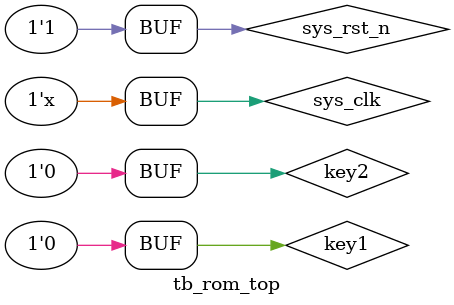
<source format=v>
`timescale 1ns/1ns


module tb_rom_top();

reg sys_clk   ; 
reg sys_rst_n ;
reg key1      ;
reg key2      ;

wire [3:0]  led_bit  ;
wire [7:0]  led_out  ;

initial 
	begin 
	 sys_clk=1'b1;
	 sys_rst_n <=1'b0;
	 key1 	<=1'b0;
	 key2 	<=1'b0;
	 #30
	 sys_rst_n <=1'b1; 
//key1	 
	 #700_000
	 key1		<=1'b1;
	 #20
	 key1		<=1'b0;
	 #20_000
	 key1		<=1'b1;
	 #20
	 key1		<=1'b0;
	 #600_000
//key2	 
	 #700_000
	 key2		<=1'b1;
	 #20
	 key2		<=1'b0;
	 #20_000
	 key2		<=1'b1;
	 #20
	 key2		<=1'b0;
	 #600_000
//		
	 key1		<=1'b1;
	 #20
	 key1		<=1'b0;
	 #20000
	 key2		<=1'b1;
	 #20
	 key2		<=1'b0;
	 #20000
	 key2		<=1'b1;
	 #20
	 key2		<=1'b0;
	end

always #10 sys_clk=~sys_clk;

wire [7:0]	 addr;


rom_top
#
(
.CNT_MAX (24'd99)
)
rom_top_inst
(
.sys_clk  (sys_clk  ) , 
.sys_rst_n(sys_rst_n) ,
.key1     (key1     ) ,
.  key2   (  key2   )   ,

.led_bit  (led_bit  ) ,
.led_out  (led_out  )

);



endmodule


</source>
